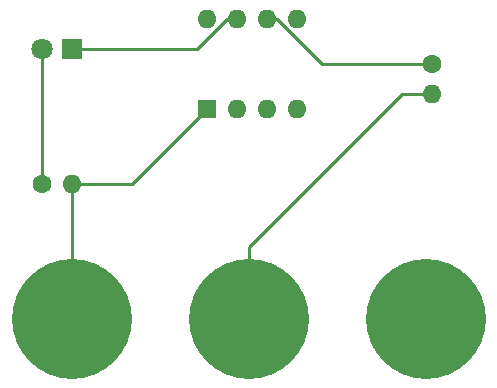
<source format=gbr>
%TF.GenerationSoftware,KiCad,Pcbnew,(5.1.10)-1*%
%TF.CreationDate,2022-06-23T22:49:28+01:00*%
%TF.ProjectId,tutorial1,7475746f-7269-4616-9c31-2e6b69636164,rev?*%
%TF.SameCoordinates,Original*%
%TF.FileFunction,Copper,L1,Top*%
%TF.FilePolarity,Positive*%
%FSLAX46Y46*%
G04 Gerber Fmt 4.6, Leading zero omitted, Abs format (unit mm)*
G04 Created by KiCad (PCBNEW (5.1.10)-1) date 2022-06-23 22:49:28*
%MOMM*%
%LPD*%
G01*
G04 APERTURE LIST*
%TA.AperFunction,ComponentPad*%
%ADD10O,1.600000X1.600000*%
%TD*%
%TA.AperFunction,ComponentPad*%
%ADD11R,1.600000X1.600000*%
%TD*%
%TA.AperFunction,ComponentPad*%
%ADD12C,1.600000*%
%TD*%
%TA.AperFunction,ComponentPad*%
%ADD13C,10.160000*%
%TD*%
%TA.AperFunction,ComponentPad*%
%ADD14C,1.800000*%
%TD*%
%TA.AperFunction,ComponentPad*%
%ADD15R,1.800000X1.800000*%
%TD*%
%TA.AperFunction,Conductor*%
%ADD16C,0.250000*%
%TD*%
G04 APERTURE END LIST*
D10*
%TO.P,U1,8*%
%TO.N,GND*%
X725170000Y175260000D03*
%TO.P,U1,4*%
%TO.N,Net-(U1-Pad4)*%
X732790000Y167640000D03*
%TO.P,U1,7*%
%TO.N,/uCtoLED*%
X727710000Y175260000D03*
%TO.P,U1,3*%
%TO.N,Net-(U1-Pad3)*%
X730250000Y167640000D03*
%TO.P,U1,6*%
%TO.N,/INPUT*%
X730250000Y175260000D03*
%TO.P,U1,2*%
%TO.N,Net-(U1-Pad2)*%
X727710000Y167640000D03*
%TO.P,U1,5*%
%TO.N,Net-(U1-Pad5)*%
X732790000Y175260000D03*
D11*
%TO.P,U1,1*%
%TO.N,VCC*%
X725170000Y167640000D03*
%TD*%
D10*
%TO.P,R2,2*%
%TO.N,VCC*%
X713740000Y161290000D03*
D12*
%TO.P,R2,1*%
%TO.N,Net-(D1-Pad2)*%
X711200000Y161290000D03*
%TD*%
D10*
%TO.P,R1,2*%
%TO.N,/INPUTtoR*%
X744220000Y168910000D03*
D12*
%TO.P,R1,1*%
%TO.N,/INPUT*%
X744220000Y171450000D03*
%TD*%
D13*
%TO.P,J1,2*%
%TO.N,/INPUTtoR*%
X728730000Y149860000D03*
%TO.P,J1,3*%
%TO.N,GND*%
X743710000Y149860000D03*
%TO.P,J1,1*%
%TO.N,VCC*%
X713740000Y149860000D03*
%TD*%
D14*
%TO.P,D1,2*%
%TO.N,Net-(D1-Pad2)*%
X711200000Y172720000D03*
D15*
%TO.P,D1,1*%
%TO.N,/uCtoLED*%
X713740000Y172720000D03*
%TD*%
D16*
%TO.N,Net-(D1-Pad2)*%
X711200000Y161290000D02*
X711200000Y172720000D01*
%TO.N,/uCtoLED*%
X726835002Y175260000D02*
X727710000Y175260000D01*
X724295002Y172720000D02*
X726835002Y175260000D01*
X713740000Y172720000D02*
X724295002Y172720000D01*
%TO.N,/INPUTtoR*%
X741680000Y168910000D02*
X744220000Y168910000D01*
X728730000Y155960000D02*
X741680000Y168910000D01*
X728730000Y149860000D02*
X728730000Y155960000D01*
%TO.N,VCC*%
X713740000Y149860000D02*
X713740000Y161290000D01*
X718820000Y161290000D02*
X725170000Y167640000D01*
X713740000Y161290000D02*
X718820000Y161290000D01*
%TO.N,/INPUT*%
X731124998Y175260000D02*
X730250000Y175260000D01*
X734934998Y171450000D02*
X731124998Y175260000D01*
X744220000Y171450000D02*
X734934998Y171450000D01*
%TD*%
M02*

</source>
